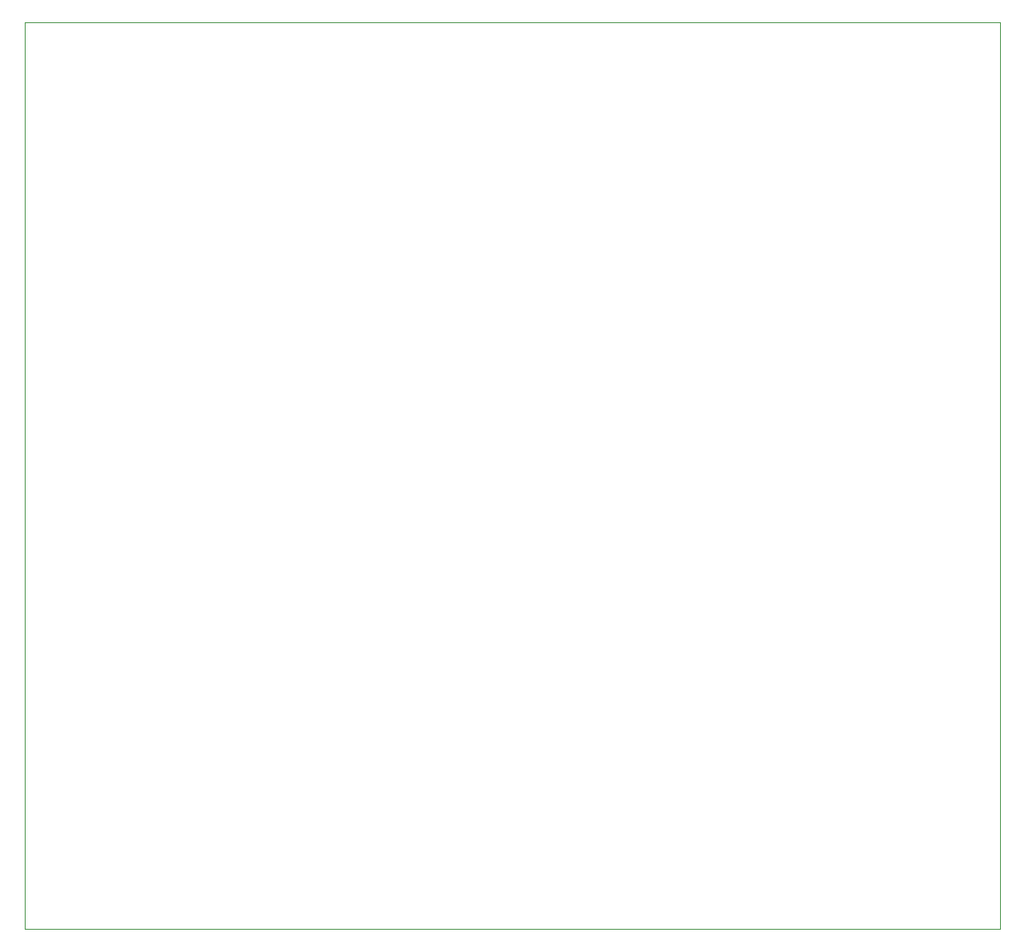
<source format=gbr>
%TF.GenerationSoftware,Altium Limited,Altium Designer,24.0.1 (36)*%
G04 Layer_Color=0*
%FSLAX45Y45*%
%MOMM*%
%TF.SameCoordinates,95B5C6B2-F670-4A0E-B731-85317CB4A22F*%
%TF.FilePolarity,Positive*%
%TF.FileFunction,Profile,NP*%
%TF.Part,Single*%
G01*
G75*
%TA.AperFunction,Profile*%
%ADD89C,0.02540*%
D89*
X0Y0D02*
Y9300000D01*
X10000000D01*
Y0D01*
X0D01*
%TF.MD5,a96f0dcbec14332adcbe6c253fc1e9d4*%
M02*

</source>
